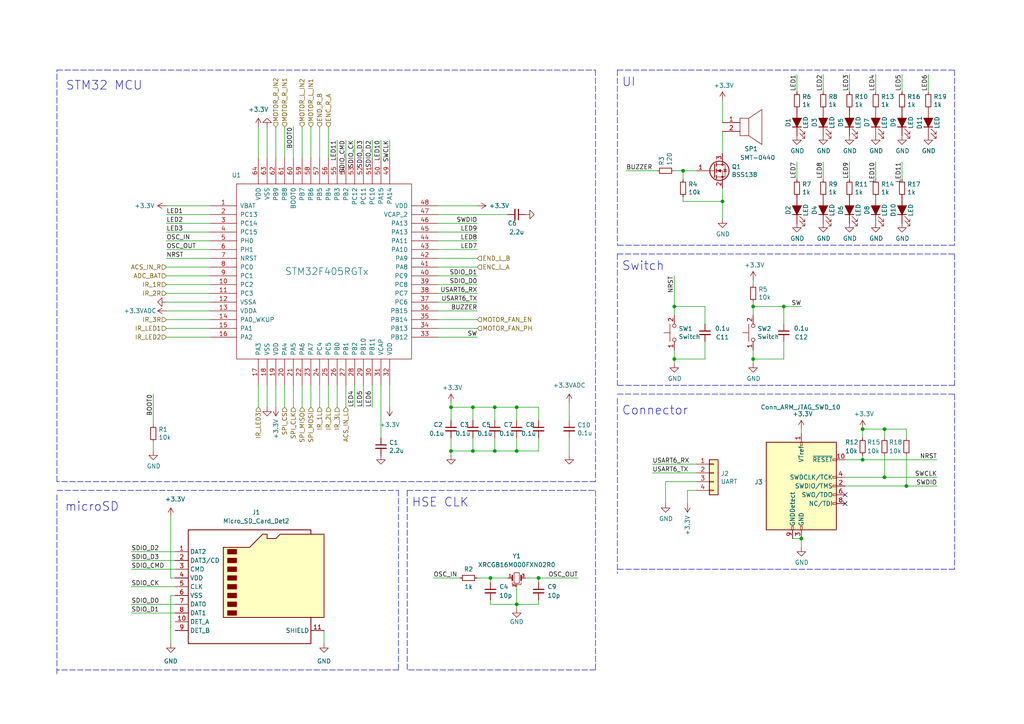
<source format=kicad_sch>
(kicad_sch (version 20231120) (generator "eeschema") (generator_version "8.0")
  (paper "A4")
  (lib_symbols
    (symbol "Connector:Conn_ARM_JTAG_SWD_10" (pin_names (offset 1.016))
      (property "Reference" "J" (at -2.54 16.51 0))
      (property "Value" "Conn_ARM_JTAG_SWD_10" (at -2.54 13.97 0))
      (symbol "Conn_ARM_JTAG_SWD_10_0_1"
        (rectangle (start -10.16 12.7) (end 10.16 -12.7) (stroke (width 0.254)) (fill (type background)))
        (rectangle (start -2.794 -12.7) (end -2.286 -11.684))
        (rectangle (start -0.254 -12.7) (end 0.254 -11.684))
        (rectangle (start -0.254 12.7) (end 0.254 11.684))
        (rectangle (start 9.144 2.286) (end 10.16 2.794))
        (rectangle (start 10.16 -2.794) (end 9.144 -2.286))
        (rectangle (start 10.16 -0.254) (end 9.144 0.254))
        (rectangle (start 10.16 7.874) (end 9.144 7.366))
      )
      (symbol "Conn_ARM_JTAG_SWD_10_1_1"
        (rectangle (start 9.144 -5.334) (end 10.16 -4.826))
        (pin power_in line (at 0 15.24 270) (length 2.54) (name "VTref") (number "1"))
        (pin open_collector line (at 12.7 7.62 180) (length 2.54) (name "~{RESET}") (number "10"))
        (pin bidirectional line (at 12.7 0 180) (length 2.54) (name "SWDIO/TMS") (number "2"))
        (pin power_in line (at 0 -15.24 90) (length 2.54) (name "GND") (number "3"))
        (pin output line (at 12.7 2.54 180) (length 2.54) (name "SWDCLK/TCK") (number "4"))
        (pin passive line (at 0 -15.24 90) (length 2.54) hide (name "GND") (number "5"))
        (pin input line (at 12.7 -2.54 180) (length 2.54) (name "SWO/TDO") (number "6"))
        (pin no_connect line (at -10.16 0 0) (length 2.54) hide (name "KEY") (number "7"))
        (pin output line (at 12.7 -5.08 180) (length 2.54) (name "NC/TDI") (number "8"))
        (pin passive line (at -2.54 -15.24 90) (length 2.54) (name "GNDDetect") (number "9"))
      )
    )
    (symbol "Connector:Micro_SD_Card_Det2"
      (property "Reference" "J" (at -16.51 17.78 0))
      (property "Value" "Micro_SD_Card_Det2" (at 16.51 17.78 0))
      (symbol "Micro_SD_Card_Det2_0_1"
        (rectangle (start -7.62 -6.985) (end -5.08 -8.255) (stroke (width 0.254)) (fill (type outline)))
        (rectangle (start -7.62 -4.445) (end -5.08 -5.715) (stroke (width 0.254)) (fill (type outline)))
        (rectangle (start -7.62 -1.905) (end -5.08 -3.175) (stroke (width 0.254)) (fill (type outline)))
        (rectangle (start -7.62 0.635) (end -5.08 -0.635) (stroke (width 0.254)) (fill (type outline)))
        (rectangle (start -7.62 3.175) (end -5.08 1.905) (stroke (width 0.254)) (fill (type outline)))
        (rectangle (start -7.62 5.715) (end -5.08 4.445) (stroke (width 0.254)) (fill (type outline)))
        (rectangle (start -7.62 8.255) (end -5.08 6.985) (stroke (width 0.254)) (fill (type outline)))
        (rectangle (start -7.62 10.795) (end -5.08 9.525) (stroke (width 0.254)) (fill (type outline)))
        (polyline (pts (xy 16.51 15.24) (xy 16.51 16.51) (xy -19.05 16.51) (xy -19.05 -16.51) (xy 16.51 -16.51) (xy 16.51 -8.89)) (stroke (width 0.254)))
        (polyline (pts (xy -8.89 -8.89) (xy -8.89 11.43) (xy -1.27 11.43) (xy 2.54 15.24) (xy 3.81 15.24) (xy 3.81 13.97) (xy 6.35 13.97) (xy 7.62 15.24) (xy 20.32 15.24) (xy 20.32 -8.89) (xy -8.89 -8.89)) (stroke (width 0.254)) (fill (type background)))
      )
      (symbol "Micro_SD_Card_Det2_1_1"
        (pin bidirectional line (at -22.86 10.16 0) (length 3.81) (name "DAT2") (number "1"))
        (pin passive line (at -22.86 -10.16 0) (length 3.81) (name "DET_A") (number "10"))
        (pin passive line (at 20.32 -12.7 180) (length 3.81) (name "SHIELD") (number "11"))
        (pin bidirectional line (at -22.86 7.62 0) (length 3.81) (name "DAT3/CD") (number "2"))
        (pin input line (at -22.86 5.08 0) (length 3.81) (name "CMD") (number "3"))
        (pin power_in line (at -22.86 2.54 0) (length 3.81) (name "VDD") (number "4"))
        (pin input line (at -22.86 0 0) (length 3.81) (name "CLK") (number "5"))
        (pin power_in line (at -22.86 -2.54 0) (length 3.81) (name "VSS") (number "6"))
        (pin bidirectional line (at -22.86 -5.08 0) (length 3.81) (name "DAT0") (number "7"))
        (pin bidirectional line (at -22.86 -7.62 0) (length 3.81) (name "DAT1") (number "8"))
        (pin passive line (at -22.86 -12.7 0) (length 3.81) (name "DET_B") (number "9"))
      )
    )
    (symbol "Connector_Generic:Conn_01x04" (pin_names (offset 1.016) hide)
      (property "Reference" "J" (at 0 5.08 0))
      (property "Value" "Conn_01x04" (at 0 -7.62 0))
      (symbol "Conn_01x04_1_1"
        (rectangle (start -1.27 -4.953) (end 0 -5.207) (stroke (width 0.1524)))
        (rectangle (start -1.27 -2.413) (end 0 -2.667) (stroke (width 0.1524)))
        (rectangle (start -1.27 0.127) (end 0 -0.127) (stroke (width 0.1524)))
        (rectangle (start -1.27 2.667) (end 0 2.413) (stroke (width 0.1524)))
        (rectangle (start -1.27 3.81) (end 1.27 -6.35) (stroke (width 0.254)) (fill (type background)))
        (pin passive line (at -5.08 2.54 0) (length 3.81) (name "Pin_1") (number "1"))
        (pin passive line (at -5.08 0 0) (length 3.81) (name "Pin_2") (number "2"))
        (pin passive line (at -5.08 -2.54 0) (length 3.81) (name "Pin_3") (number "3"))
        (pin passive line (at -5.08 -5.08 0) (length 3.81) (name "Pin_4") (number "4"))
      )
    )
    (symbol "Device:C_Small" (pin_numbers hide) (pin_names (offset 0.254) hide)
      (property "Reference" "C" (at 0.254 1.778 0))
      (property "Value" "C_Small" (at 0.254 -2.032 0))
      (symbol "C_Small_0_1"
        (polyline (pts (xy -1.524 -0.508) (xy 1.524 -0.508)) (stroke (width 0.3302)))
        (polyline (pts (xy -1.524 0.508) (xy 1.524 0.508)) (stroke (width 0.3048)))
      )
      (symbol "C_Small_1_1"
        (pin passive line (at 0 2.54 270) (length 2.032) (name "~") (number "1"))
        (pin passive line (at 0 -2.54 90) (length 2.032) (name "~") (number "2"))
      )
    )
    (symbol "Device:Crystal_GND2_Small" (pin_names (offset 1.016) hide)
      (property "Reference" "Y" (at 0 5.08 0))
      (property "Value" "Crystal_GND2_Small" (at 0 3.175 0))
      (symbol "Crystal_GND2_Small_0_1"
        (rectangle (start -0.762 -1.524) (end 0.762 1.524))
        (polyline (pts (xy -1.27 -0.762) (xy -1.27 0.762)) (stroke (width 0.381)))
        (polyline (pts (xy 1.27 -0.762) (xy 1.27 0.762)) (stroke (width 0.381)))
        (polyline (pts (xy -1.27 -1.27) (xy -1.27 -1.905) (xy 1.27 -1.905) (xy 1.27 -1.27)))
      )
      (symbol "Crystal_GND2_Small_1_1"
        (pin passive line (at -2.54 0 0) (length 1.27) (name "1") (number "1"))
        (pin passive line (at 0 -2.54 90) (length 0.635) (name "2") (number "2"))
        (pin passive line (at 2.54 0 180) (length 1.27) (name "3") (number "3"))
      )
    )
    (symbol "Device:LED_ALT" (pin_numbers hide) (pin_names (offset 1.016) hide)
      (property "Reference" "D" (at 0 2.54 0))
      (property "Value" "Device_LED_ALT" (at 0 -2.54 0))
      (symbol "LED_ALT_0_1"
        (polyline (pts (xy -1.27 -1.27) (xy -1.27 1.27)) (stroke (width 0.254)))
        (polyline (pts (xy -1.27 0) (xy 1.27 0)))
        (polyline (pts (xy 1.27 -1.27) (xy 1.27 1.27) (xy -1.27 0) (xy 1.27 -1.27)) (stroke (width 0.254)) (fill (type outline)))
        (polyline (pts (xy -3.048 -0.762) (xy -4.572 -2.286) (xy -3.81 -2.286) (xy -4.572 -2.286) (xy -4.572 -1.524)))
        (polyline (pts (xy -1.778 -0.762) (xy -3.302 -2.286) (xy -2.54 -2.286) (xy -3.302 -2.286) (xy -3.302 -1.524)))
      )
      (symbol "LED_ALT_1_1"
        (pin passive line (at -3.81 0 0) (length 2.54) (name "K") (number "1"))
        (pin passive line (at 3.81 0 180) (length 2.54) (name "A") (number "2"))
      )
    )
    (symbol "Device:R_Small" (pin_numbers hide) (pin_names (offset 0.254) hide)
      (property "Reference" "R" (at 0.762 0.508 0))
      (property "Value" "R_Small" (at 0.762 -1.016 0))
      (symbol "R_Small_0_1"
        (rectangle (start -0.762 1.778) (end 0.762 -1.778) (stroke (width 0.2032)))
      )
      (symbol "R_Small_1_1"
        (pin passive line (at 0 2.54 270) (length 0.762) (name "~") (number "1"))
        (pin passive line (at 0 -2.54 90) (length 0.762) (name "~") (number "2"))
      )
    )
    (symbol "My_Device:SKRPACE" (pin_names (offset 1.016))
      (property "Reference" "SW" (at 0 6.35 0))
      (property "Value" "My_Device_SKRPACE" (at 0 8.89 0))
      (symbol "SKRPACE_1_1"
        (circle (center -2.032 0) (radius 0.508))
        (polyline (pts (xy 0 1.27) (xy 0 3.048)))
        (polyline (pts (xy 2.54 1.27) (xy -2.54 1.27)))
        (circle (center 2.032 0) (radius 0.508))
        (pin passive line (at -5.08 0 0) (length 2.54) (name "~") (number "1"))
        (pin passive line (at 5.08 0 180) (length 2.54) (name "~") (number "2"))
      )
    )
    (symbol "My_Device:SMT-0440" (pin_names (offset 1.016))
      (property "Reference" "BUZ1" (at 3.81 5.08 0))
      (property "Value" "My_Device_SMT-0440" (at 3.81 -8.89 0))
      (symbol "SMT-0440_0_1"
        (polyline (pts (xy 2.54 0) (xy 6.35 2.54) (xy 6.35 -7.62) (xy 2.54 -5.08)))
        (rectangle (start 0 0) (end 2.54 -5.08))
      )
      (symbol "SMT-0440_1_1"
        (pin input line (at -5.08 -1.27 0) (length 5.08) (name "~") (number "1"))
        (pin input line (at -5.08 -3.81 0) (length 5.08) (name "~") (number "2"))
      )
    )
    (symbol "My_Device:STM32F405RGTx" (pin_names (offset 1.016))
      (property "Reference" "U?" (at -10.16 34.29 0))
      (property "Value" "STM32F405RGTx" (at 3.81 6.35 0))
      (symbol "STM32F405RGTx_0_1"
        (rectangle (start -10.16 31.75) (end 40.64 -19.05))
      )
      (symbol "STM32F405RGTx_1_1"
        (pin input line (at -17.78 25.4 0) (length 7.62) (name "VBAT") (number "1"))
        (pin input line (at -17.78 2.54 0) (length 7.62) (name "PC2") (number "10"))
        (pin input line (at -17.78 0 0) (length 7.62) (name "PC3") (number "11"))
        (pin input line (at -17.78 -2.54 0) (length 7.62) (name "VSSA") (number "12"))
        (pin input line (at -17.78 -5.08 0) (length 7.62) (name "VDDA") (number "13"))
        (pin input line (at -17.78 -7.62 0) (length 7.62) (name "PA0_WKUP") (number "14"))
        (pin input line (at -17.78 -10.16 0) (length 7.62) (name "PA1") (number "15"))
        (pin input line (at -17.78 -12.7 0) (length 7.62) (name "PA2") (number "16"))
        (pin input line (at -3.81 -26.67 90) (length 7.62) (name "PA3") (number "17"))
        (pin input line (at -1.27 -26.67 90) (length 7.62) (name "VSS") (number "18"))
        (pin input line (at 1.27 -26.67 90) (length 7.62) (name "VDD") (number "19"))
        (pin input line (at -17.78 22.86 0) (length 7.62) (name "PC13") (number "2"))
        (pin input line (at 3.81 -26.67 90) (length 7.62) (name "PA4") (number "20"))
        (pin input line (at 6.35 -26.67 90) (length 7.62) (name "PA5") (number "21"))
        (pin input line (at 8.89 -26.67 90) (length 7.62) (name "PA6") (number "22"))
        (pin input line (at 11.43 -26.67 90) (length 7.62) (name "PA7") (number "23"))
        (pin input line (at 13.97 -26.67 90) (length 7.62) (name "PC4") (number "24"))
        (pin input line (at 16.51 -26.67 90) (length 7.62) (name "PC5") (number "25"))
        (pin input line (at 19.05 -26.67 90) (length 7.62) (name "PB0") (number "26"))
        (pin input line (at 21.59 -26.67 90) (length 7.62) (name "PB1") (number "27"))
        (pin input line (at 24.13 -26.67 90) (length 7.62) (name "PB2") (number "28"))
        (pin input line (at 26.67 -26.67 90) (length 7.62) (name "PB10") (number "29"))
        (pin input line (at -17.78 20.32 0) (length 7.62) (name "PC14") (number "3"))
        (pin input line (at 29.21 -26.67 90) (length 7.62) (name "PB11") (number "30"))
        (pin input line (at 31.75 -26.67 90) (length 7.62) (name "VCAP") (number "31"))
        (pin input line (at 34.29 -26.67 90) (length 7.62) (name "VDD") (number "32"))
        (pin input line (at 48.26 -12.7 180) (length 7.62) (name "PB12") (number "33"))
        (pin input line (at 48.26 -10.16 180) (length 7.62) (name "PB13") (number "34"))
        (pin input line (at 48.26 -7.62 180) (length 7.62) (name "PB14") (number "35"))
        (pin input line (at 48.26 -5.08 180) (length 7.62) (name "PB15") (number "36"))
        (pin input line (at 48.26 -2.54 180) (length 7.62) (name "PC6") (number "37"))
        (pin input line (at 48.26 0 180) (length 7.62) (name "PC7") (number "38"))
        (pin input line (at 48.26 2.54 180) (length 7.62) (name "PC8") (number "39"))
        (pin input line (at -17.78 17.78 0) (length 7.62) (name "PC15") (number "4"))
        (pin input line (at 48.26 5.08 180) (length 7.62) (name "PC9") (number "40"))
        (pin input line (at 48.26 7.62 180) (length 7.62) (name "PA8") (number "41"))
        (pin input line (at 48.26 10.16 180) (length 7.62) (name "PA9") (number "42"))
        (pin input line (at 48.26 12.7 180) (length 7.62) (name "PA10") (number "43"))
        (pin input line (at 48.26 15.24 180) (length 7.62) (name "PA11") (number "44"))
        (pin input line (at 48.26 17.78 180) (length 7.62) (name "PA13") (number "45"))
        (pin input line (at 48.26 20.32 180) (length 7.62) (name "PA13") (number "46"))
        (pin input line (at 48.26 22.86 180) (length 7.62) (name "VCAP_2") (number "47"))
        (pin input line (at 48.26 25.4 180) (length 7.62) (name "VDD") (number "48"))
        (pin input line (at 34.29 39.37 270) (length 7.62) (name "PA14") (number "49"))
        (pin input line (at -17.78 15.24 0) (length 7.62) (name "PH0") (number "5"))
        (pin input line (at 31.75 39.37 270) (length 7.62) (name "PA15") (number "50"))
        (pin input line (at 29.21 39.37 270) (length 7.62) (name "PC10") (number "51"))
        (pin input line (at 26.67 39.37 270) (length 7.62) (name "PC11") (number "52"))
        (pin input line (at 24.13 39.37 270) (length 7.62) (name "PC12") (number "53"))
        (pin input line (at 21.59 39.37 270) (length 7.62) (name "PB2") (number "54"))
        (pin input line (at 19.05 39.37 270) (length 7.62) (name "PB3") (number "55"))
        (pin input line (at 16.51 39.37 270) (length 7.62) (name "PB4") (number "56"))
        (pin input line (at 13.97 39.37 270) (length 7.62) (name "PB5") (number "57"))
        (pin input line (at 11.43 39.37 270) (length 7.62) (name "PB6") (number "58"))
        (pin input line (at 8.89 39.37 270) (length 7.62) (name "PB7") (number "59"))
        (pin input line (at -17.78 12.7 0) (length 7.62) (name "PH1") (number "6"))
        (pin input line (at 6.35 39.37 270) (length 7.62) (name "BOOT0") (number "60"))
        (pin input line (at 3.81 39.37 270) (length 7.62) (name "PB8") (number "61"))
        (pin input line (at 1.27 39.37 270) (length 7.62) (name "PB9") (number "62"))
        (pin input line (at -1.27 39.37 270) (length 7.62) (name "VSS") (number "63"))
        (pin input line (at -3.81 39.37 270) (length 7.62) (name "VDD") (number "64"))
        (pin input line (at -17.78 10.16 0) (length 7.62) (name "NRST") (number "7"))
        (pin input line (at -17.78 7.62 0) (length 7.62) (name "PC0") (number "8"))
        (pin input line (at -17.78 5.08 0) (length 7.62) (name "PC1") (number "9"))
      )
    )
    (symbol "Transistor_FET:BSS138" (pin_names hide)
      (property "Reference" "Q" (at 5.08 1.905 0))
      (property "Value" "BSS138" (at 5.08 0 0))
      (symbol "BSS138_0_1"
        (polyline (pts (xy 0.254 0) (xy -2.54 0)))
        (polyline (pts (xy 0.254 1.905) (xy 0.254 -1.905)) (stroke (width 0.254)))
        (polyline (pts (xy 0.762 -1.27) (xy 0.762 -2.286)) (stroke (width 0.254)))
        (polyline (pts (xy 0.762 0.508) (xy 0.762 -0.508)) (stroke (width 0.254)))
        (polyline (pts (xy 0.762 2.286) (xy 0.762 1.27)) (stroke (width 0.254)))
        (polyline (pts (xy 2.54 2.54) (xy 2.54 1.778)))
        (polyline (pts (xy 2.54 -2.54) (xy 2.54 0) (xy 0.762 0)))
        (polyline (pts (xy 0.762 -1.778) (xy 3.302 -1.778) (xy 3.302 1.778) (xy 0.762 1.778)))
        (polyline (pts (xy 1.016 0) (xy 2.032 0.381) (xy 2.032 -0.381) (xy 1.016 0)) (fill (type outline)))
        (polyline (pts (xy 2.794 0.508) (xy 2.921 0.381) (xy 3.683 0.381) (xy 3.81 0.254)))
        (polyline (pts (xy 3.302 0.381) (xy 2.921 -0.254) (xy 3.683 -0.254) (xy 3.302 0.381)))
        (circle (center 1.651 0) (radius 2.794) (stroke (width 0.254)))
        (circle (center 2.54 -1.778) (radius 0.254) (fill (type outline)))
        (circle (center 2.54 1.778) (radius 0.254) (fill (type outline)))
      )
      (symbol "BSS138_1_1"
        (pin input line (at -5.08 0 0) (length 2.54) (name "G") (number "1"))
        (pin passive line (at 2.54 -5.08 90) (length 2.54) (name "S") (number "2"))
        (pin passive line (at 2.54 5.08 270) (length 2.54) (name "D") (number "3"))
      )
    )
    (symbol "power:+3.3V" (power) (pin_names (offset 0))
      (property "Value" "+3.3V" (at 0 3.556 0))
      (symbol "+3.3V_0_1"
        (polyline (pts (xy -0.762 1.27) (xy 0 2.54)))
        (polyline (pts (xy 0 0) (xy 0 2.54)))
        (polyline (pts (xy 0 2.54) (xy 0.762 1.27)))
      )
      (symbol "+3.3V_1_1"
        (pin power_in line (at 0 0 90) (length 0) hide (name "+3.3V") (number "1"))
      )
    )
    (symbol "power:+3.3VADC" (power) (pin_names (offset 0))
      (property "Value" "+3.3VADC" (at 0 2.54 0))
      (symbol "+3.3VADC_0_0"
        (pin power_in line (at 0 0 90) (length 0) hide (name "+3.3VADC") (number "1"))
      )
      (symbol "+3.3VADC_0_1"
        (polyline (pts (xy -0.762 1.27) (xy 0 2.54)))
        (polyline (pts (xy 0 0) (xy 0 2.54)))
        (polyline (pts (xy 0 2.54) (xy 0.762 1.27)))
      )
    )
    (symbol "power:GND" (power) (pin_names (offset 0))
      (property "Value" "GND" (at 0 -3.81 0))
      (symbol "GND_0_1"
        (polyline (pts (xy 0 0) (xy 0 -1.27) (xy 1.27 -1.27) (xy 0 -2.54) (xy -1.27 -1.27) (xy 0 -1.27)))
      )
      (symbol "GND_1_1"
        (pin power_in line (at 0 0 270) (length 0) hide (name "GND") (number "1"))
      )
    )
  )
  (junction (at 142.24 167.64))
  (junction (at 218.44 88.9))
  (junction (at 195.58 88.9))
  (junction (at 143.51 118.11))
  (junction (at 130.81 130.81))
  (junction (at 149.86 175.26))
  (junction (at 232.41 156.21))
  (junction (at 143.51 130.81))
  (junction (at 130.81 118.11))
  (junction (at 250.19 124.46))
  (junction (at 250.19 133.35))
  (junction (at 256.54 138.43))
  (junction (at 195.58 104.14))
  (junction (at 209.55 58.42))
  (junction (at 198.12 49.53))
  (junction (at 218.44 104.14))
  (junction (at 149.86 130.81))
  (junction (at 256.54 124.46))
  (junction (at 262.89 140.97))
  (junction (at 227.33 88.9))
  (junction (at 137.16 118.11))
  (junction (at 156.21 167.64))
  (junction (at 137.16 130.81))
  (junction (at 149.86 118.11))
  (no_connect (at 245.11 143.51))
  (no_connect (at 245.11 146.05))
  (wire (pts (xy 90.17 118.11) (xy 90.17 111.76)))
  (wire (pts (xy 181.61 49.53) (xy 190.5 49.53)))
  (wire (pts (xy 147.32 167.64) (xy 142.24 167.64)))
  (wire (pts (xy 137.16 118.11) (xy 143.51 118.11)))
  (wire (pts (xy 209.55 29.21) (xy 209.55 35.56)))
  (wire (pts (xy 130.81 127) (xy 130.81 130.81)))
  (polyline (pts (xy 172.72 194.31) (xy 118.11 194.31)) (stroke (width 0) (type dash)))
  (wire (pts (xy 85.09 118.11) (xy 85.09 111.76)))
  (wire (pts (xy 137.16 130.81) (xy 143.51 130.81)))
  (wire (pts (xy 138.43 85.09) (xy 127 85.09)))
  (wire (pts (xy 49.53 172.72) (xy 50.8 172.72)))
  (wire (pts (xy 209.55 58.42) (xy 209.55 54.61)))
  (wire (pts (xy 232.41 156.21) (xy 229.87 156.21)))
  (wire (pts (xy 130.81 130.81) (xy 137.16 130.81)))
  (wire (pts (xy 193.04 139.7) (xy 193.04 146.05)))
  (wire (pts (xy 254 26.67) (xy 254 21.59)))
  (wire (pts (xy 238.76 52.07) (xy 238.76 46.99)))
  (wire (pts (xy 80.01 118.11) (xy 80.01 111.76)))
  (wire (pts (xy 218.44 82.55) (xy 218.44 81.28)))
  (wire (pts (xy 93.98 182.88) (xy 93.98 186.69)))
  (wire (pts (xy 38.1 160.02) (xy 50.8 160.02)))
  (wire (pts (xy 77.47 36.83) (xy 77.47 45.72)))
  (wire (pts (xy 156.21 173.99) (xy 156.21 175.26)))
  (wire (pts (xy 130.81 118.11) (xy 137.16 118.11)))
  (wire (pts (xy 143.51 127) (xy 143.51 130.81)))
  (wire (pts (xy 60.96 95.25) (xy 48.26 95.25)))
  (wire (pts (xy 149.86 175.26) (xy 149.86 176.53)))
  (wire (pts (xy 49.53 186.69) (xy 49.53 172.72)))
  (wire (pts (xy 262.89 127) (xy 262.89 124.46)))
  (polyline (pts (xy 276.86 20.32) (xy 276.86 71.12)) (stroke (width 0) (type dash)))
  (wire (pts (xy 105.41 118.11) (xy 105.41 111.76)))
  (wire (pts (xy 250.19 124.46) (xy 250.19 127)))
  (wire (pts (xy 48.26 62.23) (xy 60.96 62.23)))
  (wire (pts (xy 204.47 93.98) (xy 204.47 88.9)))
  (wire (pts (xy 143.51 118.11) (xy 149.86 118.11)))
  (wire (pts (xy 269.24 26.67) (xy 269.24 21.59)))
  (wire (pts (xy 49.53 167.64) (xy 49.53 149.86)))
  (wire (pts (xy 198.12 58.42) (xy 209.55 58.42)))
  (wire (pts (xy 92.71 118.11) (xy 92.71 111.76)))
  (wire (pts (xy 60.96 74.93) (xy 48.26 74.93)))
  (wire (pts (xy 38.1 170.18) (xy 50.8 170.18)))
  (wire (pts (xy 48.26 87.63) (xy 60.96 87.63)))
  (polyline (pts (xy 16.51 20.32) (xy 30.48 20.32)) (stroke (width 0) (type dash)))
  (wire (pts (xy 127 92.71) (xy 138.43 92.71)))
  (wire (pts (xy 80.01 36.83) (xy 80.01 45.72)))
  (polyline (pts (xy 16.51 142.24) (xy 115.57 142.24)) (stroke (width 0) (type dash)))
  (wire (pts (xy 127 77.47) (xy 138.43 77.47)))
  (polyline (pts (xy 276.86 71.12) (xy 179.07 71.12)) (stroke (width 0) (type dash)))
  (wire (pts (xy 250.19 132.08) (xy 250.19 133.35)))
  (polyline (pts (xy 118.11 142.24) (xy 172.72 142.24)) (stroke (width 0) (type dash)))
  (polyline (pts (xy 16.51 139.7) (xy 16.51 20.32)) (stroke (width 0) (type dash)))
  (wire (pts (xy 38.1 162.56) (xy 50.8 162.56)))
  (wire (pts (xy 48.26 67.31) (xy 60.96 67.31)))
  (wire (pts (xy 127 62.23) (xy 147.32 62.23)))
  (wire (pts (xy 256.54 127) (xy 256.54 124.46)))
  (wire (pts (xy 44.45 128.27) (xy 44.45 130.81)))
  (wire (pts (xy 250.19 133.35) (xy 271.78 133.35)))
  (wire (pts (xy 149.86 118.11) (xy 149.86 121.92)))
  (wire (pts (xy 156.21 167.64) (xy 167.64 167.64)))
  (wire (pts (xy 156.21 127) (xy 156.21 130.81)))
  (wire (pts (xy 149.86 130.81) (xy 156.21 130.81)))
  (wire (pts (xy 48.26 77.47) (xy 60.96 77.47)))
  (polyline (pts (xy 276.86 165.1) (xy 179.07 165.1)) (stroke (width 0) (type dash)))
  (wire (pts (xy 246.38 52.07) (xy 246.38 46.99)))
  (wire (pts (xy 238.76 26.67) (xy 238.76 21.59)))
  (wire (pts (xy 195.58 88.9) (xy 195.58 91.44)))
  (polyline (pts (xy 179.07 20.32) (xy 276.86 20.32)) (stroke (width 0) (type dash)))
  (wire (pts (xy 38.1 165.1) (xy 50.8 165.1)))
  (wire (pts (xy 231.14 26.67) (xy 231.14 21.59)))
  (wire (pts (xy 90.17 45.72) (xy 90.17 36.83)))
  (polyline (pts (xy 172.72 142.24) (xy 172.72 194.31)) (stroke (width 0) (type dash)))
  (wire (pts (xy 227.33 93.98) (xy 227.33 88.9)))
  (polyline (pts (xy 30.48 20.32) (xy 172.72 20.32)) (stroke (width 0) (type dash)))
  (wire (pts (xy 227.33 88.9) (xy 218.44 88.9)))
  (wire (pts (xy 218.44 104.14) (xy 218.44 101.6)))
  (wire (pts (xy 130.81 130.81) (xy 130.81 132.08)))
  (wire (pts (xy 261.62 52.07) (xy 261.62 46.99)))
  (wire (pts (xy 137.16 127) (xy 137.16 130.81)))
  (wire (pts (xy 97.79 40.64) (xy 97.79 45.72)))
  (wire (pts (xy 201.93 139.7) (xy 193.04 139.7)))
  (wire (pts (xy 130.81 118.11) (xy 130.81 116.84)))
  (wire (pts (xy 156.21 167.64) (xy 156.21 168.91)))
  (wire (pts (xy 95.25 45.72) (xy 95.25 36.83)))
  (wire (pts (xy 195.58 101.6) (xy 195.58 104.14)))
  (polyline (pts (xy 276.86 73.66) (xy 276.86 111.76)) (stroke (width 0) (type dash)))
  (wire (pts (xy 48.26 85.09) (xy 60.96 85.09)))
  (wire (pts (xy 60.96 59.69) (xy 48.26 59.69)))
  (wire (pts (xy 100.33 40.64) (xy 100.33 45.72)))
  (wire (pts (xy 92.71 45.72) (xy 92.71 36.83)))
  (wire (pts (xy 227.33 99.06) (xy 227.33 104.14)))
  (wire (pts (xy 60.96 90.17) (xy 48.26 90.17)))
  (wire (pts (xy 38.1 175.26) (xy 50.8 175.26)))
  (wire (pts (xy 77.47 118.11) (xy 77.47 111.76)))
  (wire (pts (xy 261.62 26.67) (xy 261.62 21.59)))
  (polyline (pts (xy 179.07 114.3) (xy 276.86 114.3)) (stroke (width 0) (type dash)))
  (wire (pts (xy 138.43 167.64) (xy 142.24 167.64)))
  (wire (pts (xy 87.63 45.72) (xy 87.63 36.83)))
  (wire (pts (xy 201.93 137.16) (xy 189.23 137.16)))
  (wire (pts (xy 125.73 167.64) (xy 133.35 167.64)))
  (polyline (pts (xy 179.07 115.57) (xy 179.07 166.37)) (stroke (width 0) (type dash)))
  (wire (pts (xy 74.93 118.11) (xy 74.93 111.76)))
  (wire (pts (xy 199.39 142.24) (xy 199.39 146.05)))
  (wire (pts (xy 143.51 118.11) (xy 143.51 121.92)))
  (wire (pts (xy 254 52.07) (xy 254 46.99)))
  (polyline (pts (xy 276.86 114.3) (xy 276.86 165.1)) (stroke (width 0) (type dash)))
  (wire (pts (xy 156.21 118.11) (xy 156.21 121.92)))
  (wire (pts (xy 195.58 88.9) (xy 195.58 80.01)))
  (wire (pts (xy 138.43 97.79) (xy 127 97.79)))
  (wire (pts (xy 165.1 127) (xy 165.1 132.08)))
  (wire (pts (xy 232.41 158.75) (xy 232.41 156.21)))
  (wire (pts (xy 198.12 58.42) (xy 198.12 57.15)))
  (wire (pts (xy 138.43 82.55) (xy 127 82.55)))
  (wire (pts (xy 113.03 118.11) (xy 113.03 111.76)))
  (wire (pts (xy 48.26 72.39) (xy 60.96 72.39)))
  (polyline (pts (xy 115.57 142.24) (xy 115.57 194.31)) (stroke (width 0) (type dash)))
  (wire (pts (xy 142.24 173.99) (xy 142.24 175.26)))
  (wire (pts (xy 107.95 40.64) (xy 107.95 45.72)))
  (wire (pts (xy 204.47 99.06) (xy 204.47 104.14)))
  (wire (pts (xy 74.93 45.72) (xy 74.93 36.83)))
  (wire (pts (xy 48.26 64.77) (xy 60.96 64.77)))
  (wire (pts (xy 218.44 88.9) (xy 218.44 91.44)))
  (wire (pts (xy 142.24 167.64) (xy 142.24 168.91)))
  (wire (pts (xy 204.47 88.9) (xy 195.58 88.9)))
  (wire (pts (xy 245.11 133.35) (xy 250.19 133.35)))
  (polyline (pts (xy 16.51 143.51) (xy 16.51 195.58)) (stroke (width 0) (type dash)))
  (wire (pts (xy 82.55 118.11) (xy 82.55 111.76)))
  (wire (pts (xy 127 80.01) (xy 138.43 80.01)))
  (wire (pts (xy 152.4 167.64) (xy 156.21 167.64)))
  (wire (pts (xy 262.89 124.46) (xy 256.54 124.46)))
  (wire (pts (xy 44.45 114.3) (xy 44.45 123.19)))
  (wire (pts (xy 97.79 118.11) (xy 97.79 111.76)))
  (wire (pts (xy 50.8 167.64) (xy 49.53 167.64)))
  (wire (pts (xy 137.16 118.11) (xy 137.16 121.92)))
  (polyline (pts (xy 179.07 73.66) (xy 276.86 73.66)) (stroke (width 0) (type dash)))
  (polyline (pts (xy 172.72 20.32) (xy 172.72 139.7)) (stroke (width 0) (type dash)))
  (wire (pts (xy 107.95 118.11) (xy 107.95 111.76)))
  (wire (pts (xy 102.87 118.11) (xy 102.87 111.76)))
  (wire (pts (xy 48.26 80.01) (xy 60.96 80.01)))
  (wire (pts (xy 110.49 40.64) (xy 110.49 45.72)))
  (wire (pts (xy 218.44 87.63) (xy 218.44 88.9)))
  (wire (pts (xy 60.96 92.71) (xy 48.26 92.71)))
  (wire (pts (xy 48.26 82.55) (xy 60.96 82.55)))
  (wire (pts (xy 195.58 104.14) (xy 195.58 105.41)))
  (wire (pts (xy 262.89 140.97) (xy 271.78 140.97)))
  (wire (pts (xy 130.81 118.11) (xy 130.81 121.92)))
  (wire (pts (xy 138.43 67.31) (xy 127 67.31)))
  (wire (pts (xy 256.54 138.43) (xy 271.78 138.43)))
  (wire (pts (xy 201.93 49.53) (xy 198.12 49.53)))
  (polyline (pts (xy 276.86 111.76) (xy 179.07 111.76)) (stroke (width 0) (type dash)))
  (wire (pts (xy 105.41 40.64) (xy 105.41 45.72)))
  (wire (pts (xy 227.33 104.14) (xy 218.44 104.14)))
  (wire (pts (xy 165.1 116.84) (xy 165.1 121.92)))
  (wire (pts (xy 102.87 40.64) (xy 102.87 45.72)))
  (wire (pts (xy 209.55 38.1) (xy 209.55 44.45)))
  (wire (pts (xy 113.03 40.64) (xy 113.03 45.72)))
  (wire (pts (xy 38.1 177.8) (xy 50.8 177.8)))
  (wire (pts (xy 143.51 130.81) (xy 149.86 130.81)))
  (wire (pts (xy 110.49 111.76) (xy 110.49 127)))
  (polyline (pts (xy 179.07 20.32) (xy 179.07 71.12)) (stroke (width 0) (type dash)))
  (wire (pts (xy 256.54 124.46) (xy 250.19 124.46)))
  (polyline (pts (xy 118.11 142.24) (xy 118.11 194.31)) (stroke (width 0) (type dash)))
  (wire (pts (xy 195.58 49.53) (xy 198.12 49.53)))
  (wire (pts (xy 138.43 59.69) (xy 127 59.69)))
  (wire (pts (xy 149.86 127) (xy 149.86 130.81)))
  (wire (pts (xy 198.12 49.53) (xy 198.12 52.07)))
  (wire (pts (xy 138.43 72.39) (xy 127 72.39)))
  (wire (pts (xy 60.96 97.79) (xy 48.26 97.79)))
  (wire (pts (xy 201.93 134.62) (xy 189.23 134.62)))
  (wire (pts (xy 149.86 175.26) (xy 156.21 175.26)))
  (wire (pts (xy 100.33 118.11) (xy 100.33 111.76)))
  (wire (pts (xy 82.55 45.72) (xy 82.55 36.83)))
  (wire (pts (xy 138.43 87.63) (xy 127 87.63)))
  (wire (pts (xy 204.47 104.14) (xy 195.58 104.14)))
  (wire (pts (xy 209.55 63.5) (xy 209.55 58.42)))
  (wire (pts (xy 231.14 52.07) (xy 231.14 46.99)))
  (wire (pts (xy 149.86 170.18) (xy 149.86 175.26)))
  (wire (pts (xy 245.11 140.97) (xy 262.89 140.97)))
  (wire (pts (xy 149.86 118.11) (xy 156.21 118.11)))
  (wire (pts (xy 87.63 118.11) (xy 87.63 111.76)))
  (wire (pts (xy 232.41 124.46) (xy 232.41 125.73)))
  (wire (pts (xy 127 64.77) (xy 138.43 64.77)))
  (wire (pts (xy 95.25 118.11) (xy 95.25 111.76)))
  (wire (pts (xy 256.54 132.08) (xy 256.54 138.43)))
  (wire (pts (xy 218.44 104.14) (xy 218.44 105.41)))
  (wire (pts (xy 138.43 90.17) (xy 127 90.17)))
  (polyline (pts (xy 172.72 139.7) (xy 16.51 139.7)) (stroke (width 0) (type dash)))
  (wire (pts (xy 142.24 175.26) (xy 149.86 175.26)))
  (wire (pts (xy 232.41 88.9) (xy 227.33 88.9)))
  (wire (pts (xy 127 74.93) (xy 138.43 74.93)))
  (polyline (pts (xy 115.57 194.31) (xy 16.51 194.31)) (stroke (width 0) (type dash)))
  (wire (pts (xy 245.11 138.43) (xy 256.54 138.43)))
  (wire (pts (xy 262.89 132.08) (xy 262.89 140.97)))
  (polyline (pts (xy 179.07 73.66) (xy 179.07 111.76)) (stroke (width 0) (type dash)))
  (wire (pts (xy 138.43 69.85) (xy 127 69.85)))
  (wire (pts (xy 48.26 69.85) (xy 60.96 69.85)))
  (wire (pts (xy 201.93 142.24) (xy 199.39 142.24)))
  (wire (pts (xy 246.38 26.67) (xy 246.38 21.59)))
  (wire (pts (xy 85.09 36.83) (xy 85.09 45.72)))
  (wire (pts (xy 138.43 95.25) (xy 127 95.25)))
  (text "STM32 MCU" (at 19.05 26.416 0) (effects (font (size 2.54 2.54)) (justify left bottom)))
  (text "microSD" (at 18.796 148.59 0) (effects (font (size 2.54 2.54)) (justify left bottom)))
  (text "UI" (at 180.34 25.4 0) (effects (font (size 2.54 2.54)) (justify left bottom)))
  (text "Connector" (at 180.34 120.65 0) (effects (font (size 2.54 2.54)) (justify left bottom)))
  (text "HSE CLK" (at 119.38 147.32 0) (effects (font (size 2.54 2.54)) (justify left bottom)))
  (text "Switch" (at 180.34 78.74 0) (effects (font (size 2.54 2.54)) (justify left bottom)))
  (label "LED10" (at 254 46.99 270))
  (label "SDIO_D2" (at 38.1 160.02 0))
  (label "BUZZER" (at 181.61 49.53 0))
  (label "SDIO_D3" (at 105.41 40.64 270))
  (label "SDIO_D0" (at 138.43 82.55 180))
  (label "BOOT0" (at 44.45 114.3 270))
  (label "SDIO_CK" (at 38.1 170.18 0))
  (label "NRST" (at 48.26 74.93 0))
  (label "NRST" (at 195.58 80.01 270))
  (label "LED8" (at 238.76 46.99 270))
  (label "LED6" (at 107.95 118.11 90))
  (label "SW" (at 232.41 88.9 180))
  (label "LED4" (at 102.87 118.11 90))
  (label "USART6_TX" (at 189.23 137.16 0))
  (label "LED9" (at 246.38 46.99 270))
  (label "SWCLK" (at 113.03 40.64 270))
  (label "LED6" (at 269.24 21.59 270))
  (label "SDIO_D3" (at 38.1 162.56 0))
  (label "SWDIO" (at 138.43 64.77 180))
  (label "LED7" (at 231.14 46.99 270))
  (label "OSC_OUT" (at 48.26 72.39 0))
  (label "LED11" (at 261.62 46.99 270))
  (label "LED9" (at 138.43 67.31 180))
  (label "USART6_RX" (at 189.23 134.62 0))
  (label "OSC_IN" (at 125.73 167.64 0))
  (label "LED8" (at 138.43 69.85 180))
  (label "SWCLK" (at 271.78 138.43 180))
  (label "SDIO_D1" (at 38.1 177.8 0))
  (label "LED2" (at 238.76 21.59 270))
  (label "LED1" (at 48.26 62.23 0))
  (label "BOOT0" (at 85.09 36.83 270))
  (label "LED5" (at 105.41 118.11 90))
  (label "LED3" (at 48.26 67.31 0))
  (label "USART6_RX" (at 138.43 85.09 180))
  (label "SDIO_D2" (at 107.95 40.64 270))
  (label "SDIO_CMD" (at 38.1 165.1 0))
  (label "SWDIO" (at 271.78 140.97 180))
  (label "SDIO_CMD" (at 100.33 40.64 270))
  (label "BUZZER" (at 138.43 90.17 180))
  (label "LED2" (at 48.26 64.77 0))
  (label "SDIO_D1" (at 138.43 80.01 180))
  (label "SDIO_D0" (at 38.1 175.26 0))
  (label "LED4" (at 254 21.59 270))
  (label "SW" (at 138.43 97.79 180))
  (label "LED1" (at 231.14 21.59 270))
  (label "NRST" (at 271.78 133.35 180))
  (label "SDIO_CK" (at 102.87 40.64 270))
  (label "OSC_IN" (at 48.26 69.85 0))
  (label "LED11" (at 97.79 40.64 270))
  (label "USART6_TX" (at 138.43 87.63 180))
  (label "LED3" (at 246.38 21.59 270))
  (label "LED5" (at 261.62 21.59 270))
  (label "LED7" (at 138.43 72.39 180))
  (label "OSC_OUT" (at 167.64 167.64 180))
  (label "LED10" (at 110.49 40.64 270))
  (hierarchical_label "MOTOR_FAN_PH" (shape input) (at 138.43 95.25 0))
  (hierarchical_label "IR_1L" (shape input) (at 92.71 118.11 270))
  (hierarchical_label "IR_3R" (shape input) (at 48.26 92.71 180))
  (hierarchical_label "IR_LED3" (shape input) (at 74.93 118.11 270))
  (hierarchical_label "SPI_CS" (shape input) (at 82.55 118.11 270))
  (hierarchical_label "END_R_B" (shape input) (at 92.71 36.83 90))
  (hierarchical_label "MOTOR_R_IN2" (shape input) (at 80.01 36.83 90))
  (hierarchical_label "SPI_MOSI" (shape input) (at 90.17 118.11 270))
  (hierarchical_label "IR_3L" (shape input) (at 97.79 118.11 270))
  (hierarchical_label "MOTOR_FAN_EN" (shape input) (at 138.43 92.71 0))
  (hierarchical_label "ENC_R_A" (shape input) (at 95.25 36.83 90))
  (hierarchical_label "IR_2R" (shape input) (at 48.26 85.09 180))
  (hierarchical_label "ADC_BAT" (shape input) (at 48.26 80.01 180))
  (hierarchical_label "MOTOR_R_IN1" (shape input) (at 82.55 36.83 90))
  (hierarchical_label "MOTOR_L_IN2" (shape input) (at 87.63 36.83 90))
  (hierarchical_label "IR_LED1" (shape input) (at 48.26 95.25 180))
  (hierarchical_label "END_L_B" (shape input) (at 138.43 74.93 0))
  (hierarchical_label "MOTOR_L_IN1" (shape input) (at 90.17 36.83 90))
  (hierarchical_label "ENC_L_A" (shape input) (at 138.43 77.47 0))
  (hierarchical_label "SPI_MISO" (shape input) (at 87.63 118.11 270))
  (hierarchical_label "IR_LED2" (shape input) (at 48.26 97.79 180))
  (hierarchical_label "SPI_CLK" (shape input) (at 85.09 118.11 270))
  (hierarchical_label "IR_1R" (shape input) (at 48.26 82.55 180))
  (hierarchical_label "ACS_IN_L" (shape input) (at 100.33 118.11 270))
  (hierarchical_label "ACS_IN_R" (shape input) (at 48.26 77.47 180))
  (hierarchical_label "IR_2L" (shape input) (at 95.25 118.11 270))
  (symbol (lib_id "Device:R_Small") (at 218.44 85.09 0) (unit 1)
    (property "Reference" "R5" (at 219.9386 83.9216 0) (effects (justify left)))
    (property "Value" "10k" (at 219.9386 86.233 0) (effects (justify left)))
    (property "Footprint" "Resistor_SMD:R_0201_0603Metric" (effects (hide yes)))
  )
  (symbol (lib_id "power:GND") (at 130.81 132.08 0) (unit 1)
    (property "Reference" "#PWR015" (effects (hide yes)))
    (property "Value" "GND" (effects (hide yes)))
  )
  (symbol (lib_id "Device:C_Small") (at 143.51 124.46 0) (unit 1)
    (property "Reference" "C5" (at 139.7 123.19 0) (effects (justify left)))
    (property "Value" "0.1u" (at 138.43 125.73 0) (effects (justify left)))
    (property "Footprint" "Capacitor_SMD:C_0201_0603Metric" (effects (hide yes)))
  )
  (symbol (lib_id "power:+3.3VADC") (at 165.1 116.84 0) (unit 1)
    (property "Reference" "#PWR019" (effects (hide yes)))
    (property "Value" "+3.3VADC" (at 165.1 111.76 0))
  )
  (symbol (lib_id "Connector:Conn_ARM_JTAG_SWD_10") (at 232.41 140.97 0) (unit 1)
    (property "Reference" "J3" (at 221.234 139.8016 0) (effects (justify right)))
    (property "Value" "Conn_ARM_JTAG_SWD_10" (at 243.84 118.11 0) (effects (justify right)))
    (property "Footprint" "mylib:mylib" (effects (hide yes)))
    (property "Datasheet" "http://infocenter.arm.com/help/topic/com.arm.doc.faqs/attached/13634/cortex_debug_connectors.pdf" (effects (hide yes)))
  )
  (symbol (lib_id "Transistor_FET:BSS138") (at 207.01 49.53 0) (unit 1)
    (property "Reference" "Q1" (at 212.1916 48.3616 0) (effects (justify left)))
    (property "Value" "BSS138" (at 212.1916 50.673 0) (effects (justify left)))
    (property "Footprint" "Package_TO_SOT_SMD:SOT-23" (effects (hide yes)))
    (property "Datasheet" "https://www.onsemi.com/pub/Collateral/BSS138-D.PDF" (effects (hide yes)))
  )
  (symbol (lib_id "My_Device:SKRPACE") (at 218.44 96.52 90) (unit 1)
    (property "Reference" "SW2" (at 219.6592 95.3516 90) (effects (justify right)))
    (property "Value" "Switch" (at 219.6592 97.663 90) (effects (justify right)))
    (property "Footprint" "mylib:TVAF06A020BR" (effects (hide yes)))
  )
  (symbol (lib_id "power:GND") (at 149.86 176.53 0) (unit 1)
    (property "Reference" "#PWR017" (effects (hide yes)))
    (property "Value" "GND" (at 149.86 180.34 0))
  )
  (symbol (lib_id "Connector:Micro_SD_Card_Det2") (at 73.66 170.18 0) (unit 1)
    (property "Reference" "J1" (at 74.295 148.59 0))
    (property "Value" "Micro_SD_Card_Det2" (at 74.295 151.13 0))
    (property "Footprint" "Connector_Card:microSD_HC_Hirose_DM3BT-DSF-PEJS" (effects (hide yes)))
    (property "Datasheet" "https://www.hirose.com/en/product/document?clcode=&productname=&series=DM3&documenttype=Catalog&lang=en&documentid=D49662_en" (effects (hide yes)))
    (property "Description" "Micro SD Card Socket with two card detection pins" (effects (hide yes)))
  )
  (symbol (lib_id "power:+3.3V") (at 250.19 124.46 0) (unit 1)
    (property "Reference" "#PWR036" (effects (hide yes)))
    (property "Value" "+3.3V" (at 250.571 120.0658 0))
  )
  (symbol (lib_id "power:+3.3V") (at 74.93 36.83 0) (unit 1)
    (property "Reference" "#PWR07" (effects (hide yes)))
    (property "Value" "+3.3V" (at 74.93 31.75 0))
  )
  (symbol (lib_id "Device:C_Small") (at 204.47 96.52 0) (unit 1)
    (property "Reference" "C11" (at 209.55 97.79 0))
    (property "Value" "0.1u" (at 209.55 95.25 0))
    (property "Footprint" "Capacitor_SMD:C_0201_0603Metric" (effects (hide yes)))
  )
  (symbol (lib_id "power:GND") (at 218.44 105.41 0) (unit 1)
    (property "Reference" "#PWR027" (effects (hide yes)))
    (property "Value" "GND" (at 218.567 109.8042 0))
  )
  (symbol (lib_id "Device:R_Small") (at 254 54.61 0) (unit 1)
    (property "Reference" "R14" (at 255.4986 53.4416 0) (effects (justify left)))
    (property "Value" "1k" (at 255.4986 55.753 0) (effects (justify left)))
    (property "Footprint" "Resistor_SMD:R_0201_0603Metric" (effects (hide yes)))
  )
  (symbol (lib_id "power:GND") (at 238.76 39.37 0) (unit 1)
    (property "Reference" "#PWR032" (effects (hide yes)))
    (property "Value" "GND" (at 238.887 43.7642 0))
  )
  (symbol (lib_id "Device:R_Small") (at 135.89 167.64 90) (unit 1)
    (property "Reference" "R2" (at 135.89 165.1 90))
    (property "Value" "1k" (at 135.89 170.18 90))
    (property "Footprint" "Resistor_SMD:R_0402_1005Metric_Pad0.72x0.64mm_HandSolder" (effects (hide yes)))
  )
  (symbol (lib_id "Device:LED_ALT") (at 231.14 35.56 90) (unit 1)
    (property "Reference" "D1" (at 228.6 35.56 0))
    (property "Value" "LED" (at 233.68 35.56 0))
    (property "Footprint" "LED_SMD:LED_0402_1005Metric" (effects (hide yes)))
  )
  (symbol (lib_id "power:GND") (at 44.45 130.81 0) (unit 1)
    (property "Reference" "#PWR01" (effects (hide yes)))
    (property "Value" "GND" (at 44.577 135.2042 0))
  )
  (symbol (lib_id "Device:LED_ALT") (at 254 35.56 90) (unit 1)
    (property "Reference" "D7" (at 251.46 35.56 0))
    (property "Value" "LED" (at 256.54 35.56 0))
    (property "Footprint" "LED_SMD:LED_0402_1005Metric" (effects (hide yes)))
  )
  (symbol (lib_id "Device:LED_ALT") (at 261.62 60.96 90) (unit 1)
    (property "Reference" "D10" (at 259.08 60.96 0))
    (property "Value" "LED" (at 264.16 60.96 0))
    (property "Footprint" "LED_SMD:LED_0402_1005Metric" (effects (hide yes)))
  )
  (symbol (lib_id "Device:R_Small") (at 231.14 54.61 0) (unit 1)
    (property "Reference" "R7" (at 232.6386 53.4416 0) (effects (justify left)))
    (property "Value" "1k" (at 232.6386 55.753 0) (effects (justify left)))
    (property "Footprint" "Resistor_SMD:R_0201_0603Metric" (effects (hide yes)))
  )
  (symbol (lib_id "power:GND") (at 231.14 39.37 0) (unit 1)
    (property "Reference" "#PWR028" (effects (hide yes)))
    (property "Value" "GND" (at 231.267 43.7642 0))
  )
  (symbol (lib_id "power:GND") (at 261.62 64.77 0) (unit 1)
    (property "Reference" "#PWR040" (effects (hide yes)))
    (property "Value" "GND" (at 261.747 69.1642 0))
  )
  (symbol (lib_id "power:GND") (at 254 39.37 0) (unit 1)
    (property "Reference" "#PWR037" (effects (hide yes)))
    (property "Value" "GND" (at 254.127 43.7642 0))
  )
  (symbol (lib_id "Device:R_Small") (at 44.45 125.73 0) (unit 1)
    (property "Reference" "R1" (at 45.9486 124.5616 0) (effects (justify left)))
    (property "Value" "10k" (at 45.9486 126.873 0) (effects (justify left)))
    (property "Footprint" "Resistor_SMD:R_0201_0603Metric" (effects (hide yes)))
  )
  (symbol (lib_id "Device:R_Small") (at 250.19 129.54 0) (unit 1)
    (property "Reference" "R12" (at 245.11 128.27 0) (effects (justify left)))
    (property "Value" "10k" (at 245.11 130.81 0) (effects (justify left)))
    (property "Footprint" "Resistor_SMD:R_0201_0603Metric" (effects (hide yes)))
  )
  (symbol (lib_id "My_Device:SMT-0440") (at 214.63 34.29 0) (unit 1)
    (property "Reference" "SP1" (at 215.9 43.18 0) (effects (justify left)))
    (property "Value" "SMT-0440" (at 214.63 45.72 0) (effects (justify left)))
    (property "Footprint" "mylib:SMT-0440" (effects (hide yes)))
    (property "Datasheet" "https://www.puiaudio.com/media/SpecSheet/SMT-0440-T-R.pdf" (effects (hide yes)))
  )
  (symbol (lib_id "power:+3.3VADC") (at 48.26 90.17 90) (unit 1)
    (property "Reference" "#PWR04" (effects (hide yes)))
    (property "Value" "+3.3VADC" (at 40.64 90.17 90))
  )
  (symbol (lib_id "power:GND") (at 193.04 146.05 0) (unit 1)
    (property "Reference" "#PWR021" (effects (hide yes)))
    (property "Value" "GND" (at 193.167 150.4442 0))
  )
  (symbol (lib_id "power:+3.3V") (at 80.01 118.11 180) (unit 1)
    (property "Reference" "#PWR010" (effects (hide yes)))
    (property "Value" "+3.3V" (at 80.01 124.46 90))
  )
  (symbol (lib_id "power:+3.3V") (at 49.53 149.86 0) (unit 1)
    (property "Reference" "#PWR05" (effects (hide yes)))
    (property "Value" "+3.3V" (at 50.8 144.78 0))
  )
  (symbol (lib_id "power:GND") (at 93.98 186.69 0) (unit 1)
    (property "Reference" "#PWR011" (effects (hide yes)))
    (property "Value" "GND" (at 93.98 191.77 0))
  )
  (symbol (lib_id "power:GND") (at 209.55 63.5 0) (unit 1)
    (property "Reference" "#PWR025" (effects (hide yes)))
    (property "Value" "GND" (at 209.677 67.8942 0))
  )
  (symbol (lib_id "power:GND") (at 77.47 118.11 0) (mirror y) (unit 1)
    (property "Reference" "#PWR09" (effects (hide yes)))
    (property "Value" "GND" (effects (hide yes)))
  )
  (symbol (lib_id "Device:C_Small") (at 165.1 124.46 0) (unit 1)
    (property "Reference" "C10" (at 167.4368 123.2916 0) (effects (justify left)))
    (property "Value" "0.1u" (at 167.4368 125.603 0) (effects (justify left)))
    (property "Footprint" "Capacitor_SMD:C_0201_0603Metric" (effects (hide yes)))
  )
  (symbol (lib_id "power:GND") (at 49.53 186.69 0) (unit 1)
    (property "Reference" "#PWR06" (effects (hide yes)))
    (property "Value" "GND" (at 49.53 191.77 0))
  )
  (symbol (lib_id "Device:LED_ALT") (at 238.76 60.96 90) (unit 1)
    (property "Reference" "D4" (at 236.22 60.96 0))
    (property "Value" "LED" (at 241.3 60.96 0))
    (property "Footprint" "LED_SMD:LED_0402_1005Metric" (effects (hide yes)))
  )
  (symbol (lib_id "power:+3.3V") (at 130.81 116.84 0) (unit 1)
    (property "Reference" "#PWR014" (effects (hide yes)))
    (property "Value" "+3.3V" (at 131.191 112.4458 0))
  )
  (symbol (lib_id "Device:R_Small") (at 254 29.21 0) (unit 1)
    (property "Reference" "R13" (at 255.4986 28.0416 0) (effects (justify left)))
    (property "Value" "1k" (at 255.4986 30.353 0) (effects (justify left)))
    (property "Footprint" "Resistor_SMD:R_0201_0603Metric" (effects (hide yes)))
  )
  (symbol (lib_id "Device:R_Small") (at 256.54 129.54 0) (unit 1)
    (property "Reference" "R15" (at 251.46 128.27 0) (effects (justify left)))
    (property "Value" "10k" (at 251.46 130.81 0) (effects (justify left)))
    (property "Footprint" "Resistor_SMD:R_0201_0603Metric" (effects (hide yes)))
  )
  (symbol (lib_id "Device:C_Small") (at 130.81 124.46 0) (unit 1)
    (property "Reference" "C2" (at 125.73 123.19 0) (effects (justify left)))
    (property "Value" "0.1u" (at 124.46 125.73 0) (effects (justify left)))
    (property "Footprint" "Capacitor_SMD:C_0201_0603Metric" (effects (hide yes)))
  )
  (symbol (lib_id "My_Device:STM32F405RGTx") (at 78.74 85.09 0) (unit 1)
    (property "Reference" "U1" (at 68.58 50.8 0))
    (property "Value" "STM32F405RGTx" (at 82.55 78.74 0) (effects (font (size 2.0066 2.0066)) (justify left)))
    (property "Footprint" "Package_QFP:LQFP-64_10x10mm_P0.5mm" (effects (hide yes)))
  )
  (symbol (lib_id "Device:R_Small") (at 246.38 29.21 0) (unit 1)
    (property "Reference" "R10" (at 247.8786 28.0416 0) (effects (justify left)))
    (property "Value" "1k" (at 247.8786 30.353 0) (effects (justify left)))
    (property "Footprint" "Resistor_SMD:R_0201_0603Metric" (effects (hide yes)))
  )
  (symbol (lib_id "Device:Crystal_GND2_Small") (at 149.86 167.64 0) (unit 1)
    (property "Reference" "Y1" (at 149.86 161.29 0))
    (property "Value" "XRCGB16M000FXN02R0" (at 149.86 163.83 0))
    (property "Footprint" "bldc:XRCGB16M000FXN02R0" (effects (hide yes)))
  )
  (symbol (lib_id "Device:LED_ALT") (at 231.14 60.96 90) (unit 1)
    (property "Reference" "D2" (at 228.6 60.96 0))
    (property "Value" "LED" (at 233.68 60.96 0))
    (property "Footprint" "LED_SMD:LED_0402_1005Metric" (effects (hide yes)))
  )
  (symbol (lib_id "power:GND") (at 232.41 158.75 0) (unit 1)
    (property "Reference" "#PWR031" (effects (hide yes)))
    (property "Value" "GND" (at 232.537 163.1442 0))
  )
  (symbol (lib_id "power:GND") (at 254 64.77 0) (unit 1)
    (property "Reference" "#PWR038" (effects (hide yes)))
    (property "Value" "GND" (at 254.127 69.1642 0))
  )
  (symbol (lib_id "power:GND") (at 246.38 64.77 0) (unit 1)
    (property "Reference" "#PWR035" (effects (hide yes)))
    (property "Value" "GND" (at 246.507 69.1642 0))
  )
  (symbol (lib_id "power:+3.3V") (at 232.41 124.46 0) (unit 1)
    (property "Reference" "#PWR030" (effects (hide yes)))
    (property "Value" "+3.3V" (at 232.791 120.0658 0))
  )
  (symbol (lib_id "Connector_Generic:Conn_01x04") (at 207.01 137.16 0) (unit 1)
    (property "Reference" "J2" (at 209.042 137.3632 0) (effects (justify left)))
    (property "Value" "UART" (at 209.042 139.6746 0) (effects (justify left)))
    (property "Footprint" "Connector_PinHeader_2.54mm:PinHeader_1x04_P2.54mm_Vertical" (effects (hide yes)))
  )
  (symbol (lib_id "power:GND") (at 48.26 87.63 270) (mirror x) (unit 1)
    (property "Reference" "#PWR03" (effects (hide yes)))
    (property "Value" "GND" (effects (hide yes)))
  )
  (symbol (lib_id "Device:R_Small") (at 261.62 54.61 0) (unit 1)
    (property "Reference" "R17" (at 263.1186 53.4416 0) (effects (justify left)))
    (property "Value" "1k" (at 263.1186 55.753 0) (effects (justify left)))
    (property "Footprint" "Resistor_SMD:R_0201_0603Metric" (effects (hide yes)))
  )
  (symbol (lib_id "Device:R_Small") (at 238.76 54.61 0) (unit 1)
    (property "Reference" "R9" (at 240.2586 53.4416 0) (effects (justify left)))
    (property "Value" "1k" (at 240.2586 55.753 0) (effects (justify left)))
    (property "Footprint" "Resistor_SMD:R_0201_0603Metric" (effects (hide yes)))
  )
  (symbol (lib_id "Device:LED_ALT") (at 238.76 35.56 90) (unit 1)
    (property "Reference" "D3" (at 236.22 35.56 0))
    (property "Value" "LED" (at 241.3 35.56 0))
    (property "Footprint" "LED_SMD:LED_0402_1005Metric" (effects (hide yes)))
  )
  (symbol (lib_id "power:GND") (at 152.4 62.23 90) (unit 1)
    (property "Reference" "#PWR018" (effects (hide yes)))
    (property "Value" "GND" (effects (hide yes)))
  )
  (symbol (lib_id "power:GND") (at 231.14 64.77 0) (unit 1)
    (property "Reference" "#PWR029" (effects (hide yes)))
    (property "Value" "GND" (at 231.267 69.1642 0))
  )
  (symbol (lib_id "Device:R_Small") (at 261.62 29.21 0) (unit 1)
    (property "Reference" "R16" (at 263.1186 28.0416 0) (effects (justify left)))
    (property "Value" "1k" (at 263.1186 30.353 0) (effects (justify left)))
    (property "Footprint" "Resistor_SMD:R_0201_0603Metric" (effects (hide yes)))
  )
  (symbol (lib_id "power:GND") (at 238.76 64.77 0) (unit 1)
    (property "Reference" "#PWR033" (effects (hide yes)))
    (property "Value" "GND" (at 238.887 69.1642 0))
  )
  (symbol (lib_id "power:+3.3V") (at 138.43 59.69 270) (unit 1)
    (property "Reference" "#PWR016" (effects (hide yes)))
    (property "Value" "+3.3V" (at 144.78 59.69 90))
  )
  (symbol (lib_id "power:+3.3V") (at 113.03 118.11 180) (unit 1)
    (property "Reference" "#PWR013" (effects (hide yes)))
    (property "Value" "+3.3V" (at 113.03 123.19 0))
  )
  (symbol (lib_id "Device:C_Small") (at 156.21 171.45 0) (unit 1)
    (property "Reference" "C9" (at 158.75 170.1862 0) (effects (justify left)))
    (property "Value" "10p" (at 158.75 172.7262 0) (effects (justify left)))
    (property "Footprint" "Capacitor_SMD:C_0402_1005Metric_Pad0.74x0.62mm_HandSolder" (effects (hide yes)))
  )
  (symbol (lib_id "power:+3.3V") (at 218.44 81.28 0) (unit 1)
    (property "Reference" "#PWR026" (effects (hide yes)))
    (property "Value" "+3.3V" (at 218.821 76.8858 0))
  )
  (symbol (lib_id "Device:R_Small") (at 246.38 54.61 0) (unit 1)
    (property "Reference" "R11" (at 247.8786 53.4416 0) (effects (justify left)))
    (property "Value" "1k" (at 247.8786 55.753 0) (effects (justify left)))
    (property "Footprint" "Resistor_SMD:R_0201_0603Metric" (effects (hide yes)))
  )
  (symbol (lib_id "Device:C_Small") (at 110.49 129.54 0) (unit 1)
    (property "Reference" "C1" (at 112.8268 128.3716 0) (effects (justify left)))
    (property "Value" "2.2u" (at 112.8268 130.683 0) (effects (justify left)))
    (property "Footprint" "Capacitor_SMD:C_0402_1005Metric" (effects (hide yes)))
  )
  (symbol (lib_id "Device:LED_ALT") (at 261.62 35.56 90) (unit 1)
    (property "Reference" "D9" (at 259.08 35.56 0))
    (property "Value" "LED" (at 264.16 35.56 0))
    (property "Footprint" "LED_SMD:LED_0402_1005Metric" (effects (hide yes)))
  )
  (symbol (lib_id "Device:R_Small") (at 231.14 29.21 0) (unit 1)
    (property "Reference" "R6" (at 232.6386 28.0416 0) (effects (justify left)))
    (property "Value" "1k" (at 232.6386 30.353 0) (effects (justify left)))
    (property "Footprint" "Resistor_SMD:R_0201_0603Metric" (effects (hide yes)))
  )
  (symbol (lib_id "power:+3.3V") (at 199.39 146.05 180) (unit 1)
    (property "Reference" "#PWR023" (effects (hide yes)))
    (property "Value" "+3.3V" (at 199.39 152.4 90))
  )
  (symbol (lib_id "Device:LED_ALT") (at 246.38 35.56 90) (unit 1)
    (property "Reference" "D5" (at 243.84 35.56 0))
    (property "Value" "LED" (at 248.92 35.56 0))
    (property "Footprint" "LED_SMD:LED_0402_1005Metric" (effects (hide yes)))
  )
  (symbol (lib_id "Device:C_Small") (at 142.24 171.45 0) (unit 1)
    (property "Reference" "C4" (at 144.78 170.1862 0) (effects (justify left)))
    (property "Value" "10p" (at 144.78 172.7262 0) (effects (justify left)))
    (property "Footprint" "Capacitor_SMD:C_0402_1005Metric_Pad0.74x0.62mm_HandSolder" (effects (hide yes)))
  )
  (symbol (lib_id "Device:C_Small") (at 149.86 124.46 0) (unit 1)
    (property "Reference" "C7" (at 146.05 123.19 0) (effects (justify left)))
    (property "Value" "0.1u" (at 144.78 125.73 0) (effects (justify left)))
    (property "Footprint" "Capacitor_SMD:C_0201_0603Metric" (effects (hide yes)))
  )
  (symbol (lib_id "Device:R_Small") (at 238.76 29.21 0) (unit 1)
    (property "Reference" "R8" (at 240.2586 28.0416 0) (effects (justify left)))
    (property "Value" "1k" (at 240.2586 30.353 0) (effects (justify left)))
    (property "Footprint" "Resistor_SMD:R_0201_0603Metric" (effects (hide yes)))
  )
  (symbol (lib_id "Device:R_Small") (at 198.12 54.61 0) (unit 1)
    (property "Reference" "R4" (at 199.6186 53.4416 0) (effects (justify left)))
    (property "Value" "10k" (at 199.6186 55.753 0) (effects (justify left)))
    (property "Footprint" "Resistor_SMD:R_0201_0603Metric" (effects (hide yes)))
  )
  (symbol (lib_id "Device:C_Small") (at 149.86 62.23 270) (unit 1)
    (property "Reference" "C6" (at 148.59 64.77 90))
    (property "Value" "2.2u" (at 149.86 67.31 90))
    (property "Footprint" "Capacitor_SMD:C_0402_1005Metric" (effects (hide yes)))
  )
  (symbol (lib_id "power:GND") (at 165.1 132.08 0) (unit 1)
    (property "Reference" "#PWR020" (effects (hide yes)))
    (property "Value" "GND" (effects (hide yes)))
  )
  (symbol (lib_id "Device:LED_ALT") (at 246.38 60.96 90) (unit 1)
    (property "Reference" "D6" (at 243.84 60.96 0))
    (property "Value" "LED" (at 248.92 60.96 0))
    (property "Footprint" "LED_SMD:LED_0402_1005Metric" (effects (hide yes)))
  )
  (symbol (lib_id "power:GND") (at 195.58 105.41 0) (unit 1)
    (property "Reference" "#PWR022" (effects (hide yes)))
    (property "Value" "GND" (at 195.707 109.8042 0))
  )
  (symbol (lib_id "power:GND") (at 246.38 39.37 0) (unit 1)
    (property "Reference" "#PWR034" (effects (hide yes)))
    (property "Value" "GND" (at 246.507 43.7642 0))
  )
  (symbol (lib_id "power:+3.3V") (at 48.26 59.69 90) (unit 1)
    (property "Reference" "#PWR02" (effects (hide yes)))
    (property "Value" "+3.3V" (at 41.91 59.69 90))
  )
  (symbol (lib_id "power:GND") (at 269.24 39.37 0) (unit 1)
    (property "Reference" "#PWR041" (effects (hide yes)))
    (property "Value" "GND" (at 269.367 43.7642 0))
  )
  (symbol (lib_id "Device:R_Small") (at 262.89 129.54 0) (unit 1)
    (property "Reference" "R18" (at 257.81 128.27 0) (effects (justify left)))
    (property "Value" "10k" (at 257.81 130.81 0) (effects (justify left)))
    (property "Footprint" "Resistor_SMD:R_0201_0603Metric" (effects (hide yes)))
  )
  (symbol (lib_id "Device:LED_ALT") (at 269.24 35.56 90) (unit 1)
    (property "Reference" "D11" (at 266.7 35.56 0))
    (property "Value" "LED" (at 271.78 35.56 0))
    (property "Footprint" "LED_SMD:LED_0402_1005Metric" (effects (hide yes)))
  )
  (symbol (lib_id "Device:R_Small") (at 193.04 49.53 90) (unit 1)
    (property "Reference" "R3" (at 191.8716 48.0314 0) (effects (justify left)))
    (property "Value" "120" (at 194.183 48.0314 0) (effects (justify left)))
    (property "Footprint" "Resistor_SMD:R_0201_0603Metric" (effects (hide yes)))
  )
  (symbol (lib_id "power:GND") (at 110.49 132.08 0) (unit 1)
    (property "Reference" "#PWR012" (effects (hide yes)))
    (property "Value" "GND" (effects (hide yes)))
  )
  (symbol (lib_id "Device:R_Small") (at 269.24 29.21 0) (unit 1)
    (property "Reference" "R19" (at 270.7386 28.0416 0) (effects (justify left)))
    (property "Value" "1k" (at 270.7386 30.353 0) (effects (justify left)))
    (property "Footprint" "Resistor_SMD:R_0201_0603Metric" (effects (hide yes)))
  )
  (symbol (lib_id "Device:C_Small") (at 156.21 124.46 0) (unit 1)
    (property "Reference" "C8" (at 152.4 123.19 0) (effects (justify left)))
    (property "Value" "0.1u" (at 151.13 125.73 0) (effects (justify left)))
    (property "Footprint" "Capacitor_SMD:C_0201_0603Metric" (effects (hide yes)))
  )
  (symbol (lib_id "Device:C_Small") (at 137.16 124.46 0) (unit 1)
    (property "Reference" "C3" (at 133.35 123.19 0) (effects (justify left)))
    (property "Value" "0.1u" (at 132.08 125.73 0) (effects (justify left)))
    (property "Footprint" "Capacitor_SMD:C_0201_0603Metric" (effects (hide yes)))
  )
  (symbol (lib_id "power:GND") (at 261.62 39.37 0) (unit 1)
    (property "Reference" "#PWR039" (effects (hide yes)))
    (property "Value" "GND" (at 261.747 43.7642 0))
  )
  (symbol (lib_id "power:+3.3V") (at 209.55 29.21 0) (unit 1)
    (property "Reference" "#PWR024" (effects (hide yes)))
    (property "Value" "+3.3V" (at 209.931 24.8158 0))
  )
  (symbol (lib_id "Device:LED_ALT") (at 254 60.96 90) (unit 1)
    (property "Reference" "D8" (at 251.46 60.96 0))
    (property "Value" "LED" (at 256.54 60.96 0))
    (property "Footprint" "LED_SMD:LED_0402_1005Metric" (effects (hide yes)))
  )
  (symbol (lib_id "My_Device:SKRPACE") (at 195.58 96.52 90) (unit 1)
    (property "Reference" "SW1" (at 196.7992 95.3516 90) (effects (justify right)))
    (property "Value" "Switch" (at 196.7992 97.663 90) (effects (justify right)))
    (property "Footprint" "mylib:TVAF06A020BR" (effects (hide yes)))
  )
  (symbol (lib_id "Device:C_Small") (at 227.33 96.52 0) (unit 1)
    (property "Reference" "C12" (at 232.41 97.79 0))
    (property "Value" "0.1u" (at 232.41 95.25 0))
    (property "Footprint" "Capacitor_SMD:C_0201_0603Metric" (effects (hide yes)))
  )
  (symbol (lib_id "power:GND") (at 77.47 36.83 0) (mirror x) (unit 1)
    (property "Reference" "#PWR08" (effects (hide yes)))
    (property "Value" "GND" (effects (hide yes)))
  )
)
</source>
